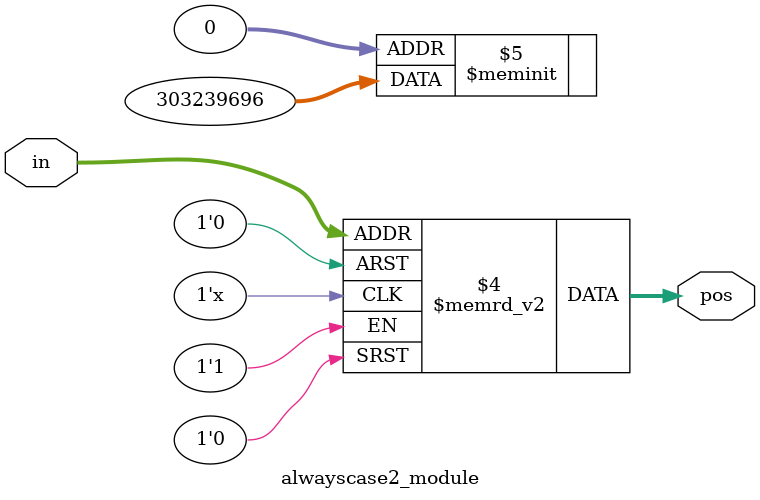
<source format=v>
module alwayscase2_module (
   input [3:0] in,
   output reg [1:0] pos  
);
	always @(*) begin
		case(in)
			4'h0, 4'h1, 4'h3, 4'h5,
			4'h7, 4'h9, 4'hb, 4'hd,
			4'hf : pos = 2'b00;
			4'h2, 4'h6, 4'ha,
			4'he : pos = 2'b01;
			4'h4, 
			4'hc : pos = 2'b10;
			4'h8 : pos = 2'b11;
			default : pos = 2'b00;
		endcase
	end
endmodule 
</source>
